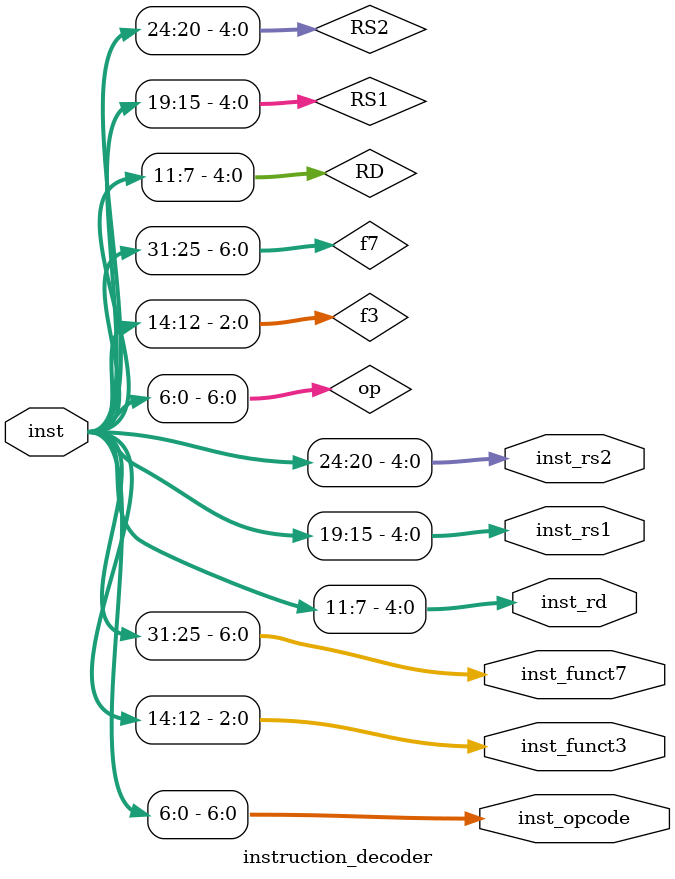
<source format=sv>
`include "config.sv"
`include "constants.sv"

module instruction_decoder(
    input [31:0] inst,
    output [6:0] inst_opcode,
    output [2:0] inst_funct3,
    output [6:0] inst_funct7,
    output [4:0] inst_rd,
    output [4:0] inst_rs1,
    output [4:0] inst_rs2
);
    logic [6:0] op;
    logic [2:0] f3;
    logic [6:0] f7;
    logic [4:0] RD;
    logic [4:0] RS1;
    logic [4:0] RS2;
    
    always_comb begin
        op = inst[6:0];
        RD= inst[11:7];
        f3 = inst[14:12];
        RS1 = inst[19:15];
        RS2 = inst[24:20];
        f7= inst[31:25];
    end
    assign inst_opcode = op;
    assign inst_rd = RD;
    assign inst_funct3 = f3;
    assign inst_rs1 = RS1;
    assign inst_rs2 = RS2;
    assign inst_funct7 = f7;

endmodule

</source>
